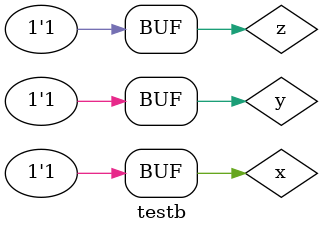
<source format=v>
module Behavioural(x,y,z,F,Fn);
input x,y,z;
output reg F,Fn;
always @(x or y or z)
begin
    if(x==1'b1 && y==1'b1 && z==1'b0)
	begin
        F=1'b1 ; Fn = 1'b0;
	end
    else if(x==1'b1 && y==1'b0 && z==1'b0)
	begin
        F=1'b1 ; Fn = 1'b0;
	end
    else if(x==1'b0 && y==1'b1)
	begin
        F=1'b1 ; Fn = 1'b0;
	end
    else
	begin
        F=1'b0 ; Fn = 1'b1;
	end
    
end
endmodule

module testb();
reg x,y,z;
wire F,Fn;
Behavioural tstmisc(x,y,z,F,Fn);
initial
begin
$monitor($time,"x=%b,y=%b,z=%b,F=%b,Fn=%b",x,y,z,F,Fn);
    x=1'b0;y=1'b0;z=1'b0; //1
#50 x=1'b0;y=1'b0;z=1'b1; //2
#50 x=1'b0;y=1'b1;z=1'b0; //3
#50 x=1'b0;y=1'b1;z=1'b1; //4
#50 x=1'b1;y=1'b0;z=1'b0; //5
#50 x=1'b1;y=1'b0;z=1'b1; //6
#50 x=1'b1;y=1'b1;z=1'b0; //7
#50 x=1'b1;y=1'b1;z=1'b1; //8
end
endmodule
</source>
